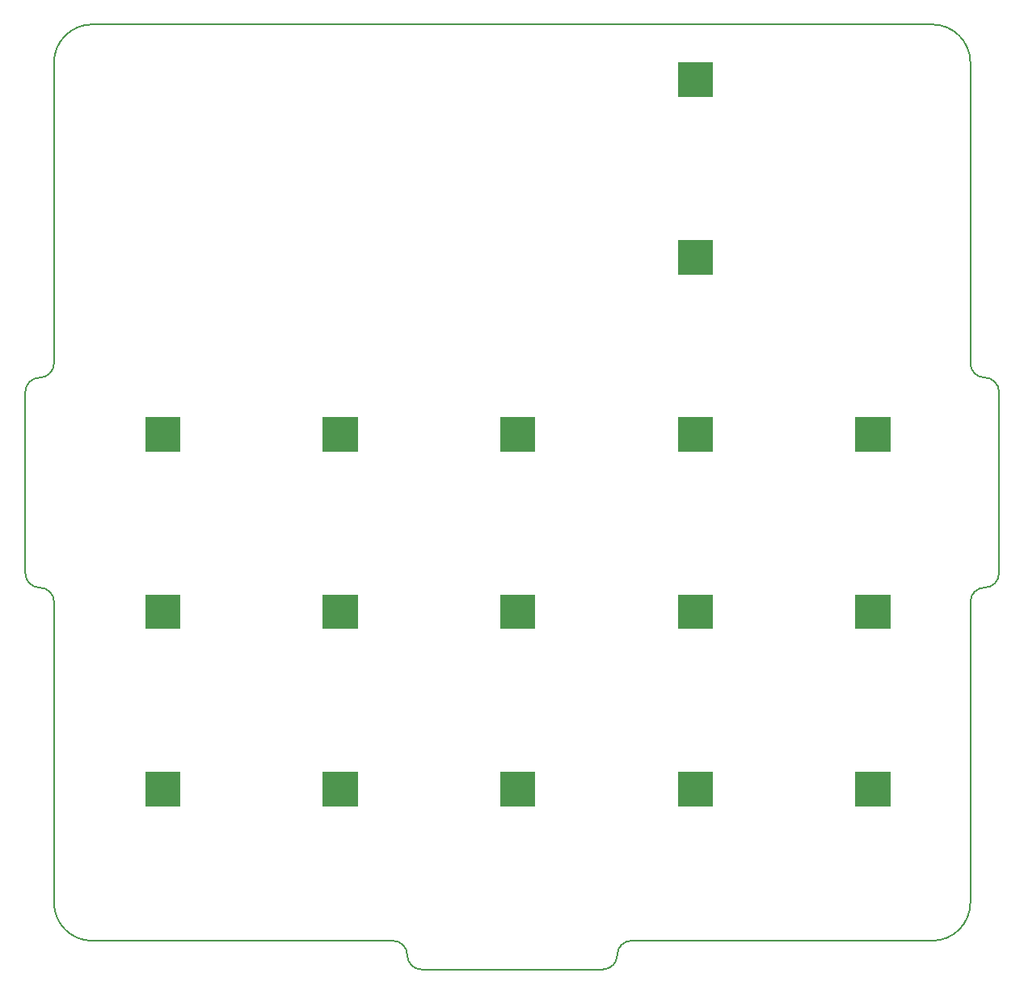
<source format=gbr>
%TF.GenerationSoftware,KiCad,Pcbnew,8.0.6*%
%TF.CreationDate,2025-02-02T15:37:04-07:00*%
%TF.ProjectId,Modular MacroPad,4d6f6475-6c61-4722-904d-6163726f5061,rev?*%
%TF.SameCoordinates,Original*%
%TF.FileFunction,Profile,NP*%
%FSLAX46Y46*%
G04 Gerber Fmt 4.6, Leading zero omitted, Abs format (unit mm)*
G04 Created by KiCad (PCBNEW 8.0.6) date 2025-02-02 15:37:04*
%MOMM*%
%LPD*%
G01*
G04 APERTURE LIST*
%TA.AperFunction,Profile*%
%ADD10C,0.200000*%
%TD*%
%TA.AperFunction,Profile*%
%ADD11C,0.000000*%
%TD*%
G04 APERTURE END LIST*
D10*
X135728408Y-46101589D02*
X160728408Y-46101589D01*
X104228408Y-142101589D02*
G75*
G02*
X100228407Y-138101588I0J4000001D01*
G01*
X196228408Y-138101589D02*
G75*
G02*
X192228409Y-142101589I-4000000J0D01*
G01*
X192228408Y-46101589D02*
G75*
G02*
X196228408Y-50101589I0J-4000000D01*
G01*
X100228408Y-50101589D02*
G75*
G02*
X104228408Y-46101589I4000000J0D01*
G01*
X135728408Y-46101589D02*
X104228408Y-46101589D01*
X192228408Y-46101589D02*
X160728408Y-46101589D01*
X160728409Y-142101589D02*
X192228409Y-142101589D01*
X104228408Y-142101589D02*
X135728407Y-142101589D01*
X196228408Y-81601588D02*
X196228408Y-50101589D01*
X196228408Y-138101589D02*
X196228408Y-106601590D01*
X196228408Y-106601590D02*
G75*
G02*
X197728408Y-105101589I1500001J0D01*
G01*
X199228408Y-103601588D02*
G75*
G02*
X197728408Y-105101589I-1500002J1D01*
G01*
X199228408Y-84601590D02*
X199228408Y-103601588D01*
X197728408Y-83101589D02*
G75*
G02*
X199228407Y-84601590I-2J-1500001D01*
G01*
X197728408Y-83101589D02*
G75*
G02*
X196228407Y-81601588I1J1500002D01*
G01*
X135728407Y-142101589D02*
G75*
G02*
X137228407Y-143601589I-1J-1500001D01*
G01*
X138728409Y-145101589D02*
G75*
G02*
X137228407Y-143601589I0J1500002D01*
G01*
X157728407Y-145101589D02*
X138728409Y-145101589D01*
X159228408Y-143601589D02*
G75*
G02*
X157728407Y-145101589I-1500002J2D01*
G01*
X159228408Y-143601589D02*
G75*
G02*
X160728409Y-142101589I1500001J-1D01*
G01*
X98728408Y-105101589D02*
G75*
G02*
X100228407Y-106601590I-2J-1500001D01*
G01*
X100228408Y-106601590D02*
X100228408Y-138101588D01*
X100228408Y-81601588D02*
G75*
G02*
X98728408Y-83101589I-1500002J1D01*
G01*
X98728408Y-105101589D02*
G75*
G02*
X97228407Y-103601588I1J1500002D01*
G01*
X97228408Y-84601590D02*
G75*
G02*
X98728408Y-83101589I1500001J0D01*
G01*
X97228408Y-103601588D02*
X97228408Y-84601590D01*
X100228408Y-50101589D02*
X100228408Y-81601588D01*
D11*
%TA.AperFunction,Profile*%
%TO.C,SW6*%
G36*
X150641790Y-90833608D02*
G01*
X146991790Y-90833608D01*
X146991790Y-87233608D01*
X150641790Y-87233608D01*
X150641790Y-90833608D01*
G37*
%TD.AperFunction*%
%TA.AperFunction,Profile*%
%TO.C,SW13*%
G36*
X187841790Y-109433608D02*
G01*
X184191790Y-109433608D01*
X184191790Y-105833608D01*
X187841790Y-105833608D01*
X187841790Y-109433608D01*
G37*
%TD.AperFunction*%
%TA.AperFunction,Profile*%
%TO.C,SW12*%
G36*
X169241790Y-109433608D02*
G01*
X165591790Y-109433608D01*
X165591790Y-105833608D01*
X169241790Y-105833608D01*
X169241790Y-109433608D01*
G37*
%TD.AperFunction*%
%TA.AperFunction,Profile*%
%TO.C,SW9*%
G36*
X113441790Y-109433608D02*
G01*
X109791790Y-109433608D01*
X109791790Y-105833608D01*
X113441790Y-105833608D01*
X113441790Y-109433608D01*
G37*
%TD.AperFunction*%
%TA.AperFunction,Profile*%
%TO.C,SW5*%
G36*
X132041790Y-90833608D02*
G01*
X128391790Y-90833608D01*
X128391790Y-87233608D01*
X132041790Y-87233608D01*
X132041790Y-90833608D01*
G37*
%TD.AperFunction*%
%TA.AperFunction,Profile*%
%TO.C,SW11*%
G36*
X150641790Y-109433608D02*
G01*
X146991790Y-109433608D01*
X146991790Y-105833608D01*
X150641790Y-105833608D01*
X150641790Y-109433608D01*
G37*
%TD.AperFunction*%
%TA.AperFunction,Profile*%
%TO.C,SW10*%
G36*
X132041790Y-109433608D02*
G01*
X128391790Y-109433608D01*
X128391790Y-105833608D01*
X132041790Y-105833608D01*
X132041790Y-109433608D01*
G37*
%TD.AperFunction*%
%TA.AperFunction,Profile*%
%TO.C,SW14*%
G36*
X113441790Y-128033608D02*
G01*
X109791790Y-128033608D01*
X109791790Y-124433608D01*
X113441790Y-124433608D01*
X113441790Y-128033608D01*
G37*
%TD.AperFunction*%
%TA.AperFunction,Profile*%
%TO.C,SW18*%
G36*
X187841790Y-128033608D02*
G01*
X184191790Y-128033608D01*
X184191790Y-124433608D01*
X187841790Y-124433608D01*
X187841790Y-128033608D01*
G37*
%TD.AperFunction*%
%TA.AperFunction,Profile*%
%TO.C,SW4*%
G36*
X113441790Y-90833608D02*
G01*
X109791790Y-90833608D01*
X109791790Y-87233608D01*
X113441790Y-87233608D01*
X113441790Y-90833608D01*
G37*
%TD.AperFunction*%
%TA.AperFunction,Profile*%
%TO.C,SW15*%
G36*
X132041790Y-128033608D02*
G01*
X128391790Y-128033608D01*
X128391790Y-124433608D01*
X132041790Y-124433608D01*
X132041790Y-128033608D01*
G37*
%TD.AperFunction*%
%TA.AperFunction,Profile*%
%TO.C,SW7*%
G36*
X169241790Y-90833608D02*
G01*
X165591790Y-90833608D01*
X165591790Y-87233608D01*
X169241790Y-87233608D01*
X169241790Y-90833608D01*
G37*
%TD.AperFunction*%
%TA.AperFunction,Profile*%
%TO.C,SW3*%
G36*
X169245590Y-72288989D02*
G01*
X165595590Y-72288989D01*
X165595590Y-68688989D01*
X169245590Y-68688989D01*
X169245590Y-72288989D01*
G37*
%TD.AperFunction*%
%TA.AperFunction,Profile*%
%TO.C,SW17*%
G36*
X169241790Y-128033608D02*
G01*
X165591790Y-128033608D01*
X165591790Y-124433608D01*
X169241790Y-124433608D01*
X169241790Y-128033608D01*
G37*
%TD.AperFunction*%
%TA.AperFunction,Profile*%
%TO.C,SW16*%
G36*
X150641790Y-128033608D02*
G01*
X146991790Y-128033608D01*
X146991790Y-124433608D01*
X150641790Y-124433608D01*
X150641790Y-128033608D01*
G37*
%TD.AperFunction*%
%TA.AperFunction,Profile*%
%TO.C,SW1*%
G36*
X169245590Y-53670789D02*
G01*
X165595590Y-53670789D01*
X165595590Y-50070789D01*
X169245590Y-50070789D01*
X169245590Y-53670789D01*
G37*
%TD.AperFunction*%
%TA.AperFunction,Profile*%
%TO.C,SW8*%
G36*
X187841790Y-90833608D02*
G01*
X184191790Y-90833608D01*
X184191790Y-87233608D01*
X187841790Y-87233608D01*
X187841790Y-90833608D01*
G37*
%TD.AperFunction*%
%TD*%
M02*

</source>
